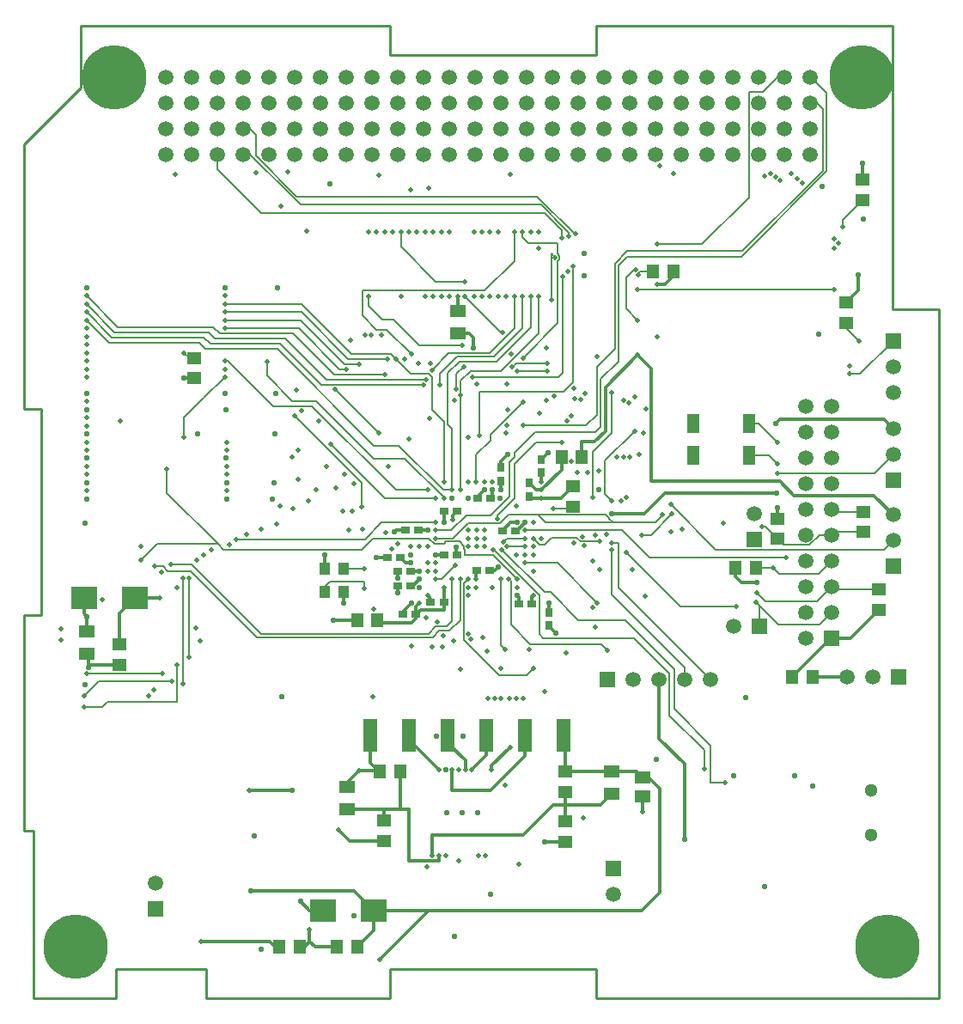
<source format=gbl>
%FSLAX44Y44*%
%MOMM*%
G71*
G01*
G75*
G04 Layer_Physical_Order=6*
G04 Layer_Color=16711680*
%ADD10R,0.7000X0.9000*%
%ADD11R,1.5000X1.3000*%
%ADD12R,2.2000X2.6000*%
%ADD13R,1.2000X1.5000*%
%ADD14R,1.2000X1.4000*%
%ADD15R,1.4000X1.2000*%
%ADD16R,1.1000X1.0000*%
%ADD17R,2.6000X2.2000*%
%ADD18R,0.3500X1.5500*%
%ADD19O,0.3500X1.5500*%
%ADD20R,4.2000X3.1000*%
%ADD21R,0.6000X1.4000*%
%ADD22O,1.0000X0.4000*%
%ADD23R,1.0000X0.4000*%
%ADD24R,1.9000X1.3000*%
%ADD25R,2.8000X1.0000*%
%ADD26R,0.8000X1.0000*%
%ADD27R,1.2000X1.0000*%
%ADD28R,1.2000X0.7000*%
%ADD29O,0.5500X1.5500*%
%ADD30C,0.3500*%
%ADD31R,1.0000X0.3000*%
%ADD32R,1.0500X0.4000*%
%ADD33R,2.5000X0.5000*%
%ADD34R,2.5000X2.0000*%
%ADD35R,1.5000X1.2000*%
%ADD36C,0.1778*%
%ADD37C,0.3048*%
%ADD38C,0.2540*%
%ADD39R,1.5000X1.5000*%
%ADD40C,1.5000*%
%ADD41R,1.5000X1.5000*%
%ADD42C,6.3500*%
%ADD43C,1.3000*%
%ADD44C,0.5080*%
%ADD45C,0.5588*%
%ADD46C,1.0160*%
%ADD47C,1.9160*%
%ADD48C,1.0160*%
%ADD49C,1.0668*%
%ADD50C,0.3810*%
%ADD51C,4.1910*%
%ADD52R,0.9000X0.7000*%
%ADD53R,1.0500X1.3000*%
%ADD54R,1.4000X3.3000*%
%ADD55R,1.3000X1.9000*%
D10*
X500690Y518010D02*
D03*
Y531010D02*
D03*
X488742Y507700D02*
D03*
Y494700D02*
D03*
X508254Y380388D02*
D03*
Y367388D02*
D03*
X460756Y510136D02*
D03*
Y523136D02*
D03*
D11*
X600456Y217780D02*
D03*
Y198780D02*
D03*
D14*
X319372Y50546D02*
D03*
X299372D02*
D03*
X242476Y51308D02*
D03*
X262476D02*
D03*
X520606Y533908D02*
D03*
X540606D02*
D03*
X631030Y716242D02*
D03*
X611030D02*
D03*
X692310Y424180D02*
D03*
X712310D02*
D03*
X361536Y223266D02*
D03*
X341536D02*
D03*
X767936Y316738D02*
D03*
X747936D02*
D03*
X339184Y372364D02*
D03*
X319184D02*
D03*
D15*
X84836Y328582D02*
D03*
Y348582D02*
D03*
X733044Y472788D02*
D03*
Y452788D02*
D03*
X817880Y459646D02*
D03*
Y479646D02*
D03*
X345694Y155100D02*
D03*
Y175100D02*
D03*
X524256Y203360D02*
D03*
Y223360D02*
D03*
X524510Y154592D02*
D03*
Y174592D02*
D03*
X531622Y484792D02*
D03*
Y504792D02*
D03*
X833374Y382938D02*
D03*
Y402938D02*
D03*
X817118Y786798D02*
D03*
Y806798D02*
D03*
X801116Y665640D02*
D03*
Y685640D02*
D03*
X158750Y631030D02*
D03*
Y611030D02*
D03*
D17*
X285896Y86360D02*
D03*
X335896D02*
D03*
X49930Y394462D02*
D03*
X99930D02*
D03*
D35*
X53086Y361774D02*
D03*
Y339774D02*
D03*
X569976Y223846D02*
D03*
Y201846D02*
D03*
X309118Y208104D02*
D03*
Y186104D02*
D03*
X418338Y655496D02*
D03*
Y677496D02*
D03*
D36*
X420690Y594868D02*
X421219Y595397D01*
X416690Y600699D02*
Y615318D01*
X416520Y600529D02*
X416690Y600699D01*
X421219Y595397D02*
Y602476D01*
X420881Y602814D02*
Y608587D01*
Y602814D02*
X421219Y602476D01*
X259552Y790448D02*
X496802D01*
X224790Y774192D02*
X503808D01*
X263144Y782066D02*
X500244D01*
X584454Y710692D02*
X593598Y719836D01*
X596265Y713326D02*
Y713537D01*
X595846Y713956D02*
X596265Y713537D01*
X593598Y718202D02*
Y719836D01*
X577214Y404496D02*
Y449200D01*
Y404496D02*
X667258Y314452D01*
X569468Y449200D02*
X577214D01*
X607314Y434340D02*
X742188D01*
X490212Y661154D02*
Y691896D01*
X456946Y627888D02*
X490212Y661154D01*
X419862Y627888D02*
X456946D01*
X482212Y660774D02*
Y691896D01*
X454152Y632714D02*
X482212Y660774D01*
X417322Y632714D02*
X454152D01*
X474212Y660394D02*
Y691896D01*
X449580Y635762D02*
X474212Y660394D01*
X409194Y635762D02*
X449580D01*
X584454Y679920D02*
Y710692D01*
Y679920D02*
X595846Y668528D01*
X486156Y318516D02*
X493268Y325628D01*
X537210Y372872D02*
X583184D01*
X509778Y400304D02*
X537210Y372872D01*
X583184D02*
X631952Y324104D01*
Y285242D02*
Y324104D01*
X570230Y398018D02*
X641858Y326390D01*
X570230Y398018D02*
Y441962D01*
X641858Y314452D02*
Y326390D01*
X502666Y355092D02*
X592336D01*
X450596Y549656D02*
Y555498D01*
X482600Y587502D01*
X555498Y575310D02*
Y622554D01*
X544830Y564642D02*
X555498Y575310D01*
X482600Y564642D02*
X544830D01*
X559308Y563118D02*
Y610362D01*
X576834Y627888D01*
Y722376D01*
X343674Y669036D02*
X354826D01*
X330212Y682498D02*
X343674Y669036D01*
X354826D02*
X380480Y643382D01*
X338328Y659130D02*
X348488D01*
X324104Y673354D02*
Y697738D01*
Y673354D02*
X338328Y659130D01*
X330212Y682498D02*
Y691896D01*
X627126Y278638D02*
X661162Y244602D01*
X627126Y278638D02*
Y320302D01*
X661162Y225806D02*
Y244602D01*
X631952Y285242D02*
X667812Y249382D01*
Y212806D02*
Y249382D01*
X287676Y400488D02*
Y406040D01*
X292608Y410972D01*
X325882D01*
Y404264D02*
Y410972D01*
X306176Y423488D02*
X306210Y423522D01*
X325882D01*
X504190Y447294D02*
X510971Y454075D01*
X535636D01*
X498596Y447294D02*
X504190D01*
X492690Y453200D02*
X498596Y447294D01*
X420052Y450152D02*
X424563Y445641D01*
Y443149D02*
Y445641D01*
Y443149D02*
X424942Y442770D01*
X406654Y450152D02*
X420052D01*
X404558Y448056D02*
X406654Y450152D01*
X395224Y448056D02*
X404558D01*
X389825Y453455D02*
X395224Y448056D01*
X424942Y436880D02*
Y442770D01*
X474726Y527050D02*
X495554Y547878D01*
X520954D01*
X474472Y537464D02*
X494792Y557784D01*
X608584Y456438D02*
X629666Y477520D01*
X599948Y456438D02*
X608584D01*
X525236Y482470D02*
X531622Y488856D01*
X512188Y482470D02*
X525236D01*
X786384Y456438D02*
X789592Y459646D01*
X817880D01*
X786384Y481838D02*
X788576Y479646D01*
X817880D01*
X717804Y464566D02*
X721266D01*
X733044Y452788D01*
X774954Y368808D02*
X786384Y380238D01*
X739053Y446779D02*
X764985D01*
X733044Y452788D02*
X739053Y446779D01*
X728312Y452788D02*
X733044D01*
X734822Y418592D02*
X773938D01*
X729234Y424180D02*
X734822Y418592D01*
X712310Y424180D02*
X729234D01*
X786384Y405638D02*
X789084Y402938D01*
X833374D01*
X595846Y713956D02*
X598132Y716242D01*
X611030D01*
X801116Y660654D02*
X813816Y647954D01*
X801116Y660654D02*
Y665640D01*
X154041Y631030D02*
X158750D01*
X148818Y636252D02*
X154041Y631030D01*
X168290Y591820D02*
X188722Y612252D01*
X628650Y486724D02*
X672913Y442461D01*
X392805Y619373D02*
X409194Y635762D01*
X698508Y736346D02*
X778002Y815841D01*
X697484Y731012D02*
X781558Y815086D01*
X585470Y736346D02*
X698508D01*
X778002Y815841D02*
Y876808D01*
X585470Y731012D02*
X697484D01*
X705351Y789481D02*
Y893001D01*
X659074Y743204D02*
X705351Y789481D01*
Y893001D02*
X705556Y893206D01*
X563878Y476504D02*
X567245Y473137D01*
X567689Y472755D02*
X571370Y469074D01*
X612838D01*
X555498Y622554D02*
X573532Y640588D01*
X510911Y688340D02*
Y733806D01*
X207010Y838200D02*
X263144Y782066D01*
X207010Y863600D02*
X219710Y850900D01*
X595846Y698956D02*
X788924D01*
X484690Y461200D02*
X580454D01*
X516442Y429200D02*
X556006Y389636D01*
X484690Y429200D02*
X516442D01*
X119761Y425577D02*
X127720D01*
X132165Y421132D01*
X155448D01*
X135890Y427482D02*
X156210D01*
X410337Y362077D02*
X420690Y372430D01*
X453010Y436880D02*
X476690Y413200D01*
X407550Y366522D02*
X412690Y371662D01*
X147574Y309880D02*
Y414528D01*
X153670Y336550D02*
Y414274D01*
X551180Y493776D02*
Y538734D01*
X494792Y557784D02*
X553974D01*
X559308Y563118D01*
X573532Y640588D02*
Y724408D01*
X402786Y413200D02*
X416306Y426720D01*
X396690Y413200D02*
X402786D01*
X169672Y640080D02*
X240361D01*
X163322Y646430D02*
X169672Y640080D01*
X174248Y645160D02*
X243336D01*
X167898Y651510D02*
X174248Y645160D01*
X248666Y650240D02*
X289306Y609600D01*
X179070Y650240D02*
X248666D01*
X172720Y656590D02*
X179070Y650240D01*
X183896Y655320D02*
X256032D01*
X177546Y661670D02*
X183896Y655320D01*
X83160Y661670D02*
X177546D01*
X52578Y692252D02*
X83160Y661670D01*
X52578Y684252D02*
X80240Y656590D01*
X172720D01*
X77320Y651510D02*
X167898D01*
X52578Y676252D02*
X77320Y651510D01*
X74400Y646430D02*
X163322D01*
X52578Y668252D02*
X74400Y646430D01*
X517906Y612648D02*
X521716Y616458D01*
X476758Y617982D02*
X506222D01*
X475869Y626110D02*
X506222D01*
X471805Y622046D02*
X475869Y626110D01*
X521716Y616458D02*
Y711708D01*
X432816Y612648D02*
X517906D01*
X531876Y607568D02*
Y721868D01*
X522478Y598170D02*
X531876Y607568D01*
X348488Y659130D02*
X372364Y635254D01*
X474212Y726942D02*
Y755000D01*
X445008Y697738D02*
X474212Y726942D01*
X324104Y697738D02*
X445008D01*
X439420Y554990D02*
Y598170D01*
X257429Y574167D02*
X323850Y507746D01*
Y484124D02*
Y507746D01*
X293490Y546354D02*
X346644Y493200D01*
X396690D01*
X412690Y371662D02*
Y413200D01*
X420690Y372430D02*
Y413200D01*
X243336Y645160D02*
X283976Y604520D01*
X256032Y655320D02*
X296672Y614680D01*
X261768Y660252D02*
X302006Y620014D01*
X188722Y660252D02*
X261768D01*
X263166Y668252D02*
X306578Y624840D01*
X188722Y668252D02*
X263166D01*
X188722Y676252D02*
X264056D01*
X310388Y629920D01*
X302006Y620014D02*
X308610D01*
X306578Y624840D02*
X321310D01*
X296672Y614680D02*
X346710D01*
X283976Y604520D02*
X384810D01*
X289306Y609600D02*
X387350D01*
X392684Y580204D02*
X404690Y568198D01*
X264438Y684252D02*
X313690Y635000D01*
X188722Y684252D02*
X264438D01*
X372110Y615442D02*
X389382D01*
X392684Y612140D01*
Y580204D02*
Y612140D01*
X416690Y615318D02*
X424053Y622681D01*
X461010Y618490D02*
X498212Y655692D01*
Y691896D01*
X420690Y501200D02*
Y594868D01*
X400558Y604520D02*
Y615950D01*
X417322Y632714D01*
X310388Y629920D02*
X349250D01*
X352806Y635000D02*
X357378Y630428D01*
X313690Y635000D02*
X352806D01*
X357378Y630174D02*
Y630428D01*
Y630174D02*
X372110Y615442D01*
X439420Y598170D02*
X522478D01*
X158750Y636420D02*
X158918Y636252D01*
X580454Y461200D02*
X607314Y434340D01*
X230124Y614172D02*
X255486Y588810D01*
X230124Y614172D02*
Y627888D01*
X404690Y557530D02*
Y568198D01*
X297688Y600202D02*
X340614Y557276D01*
X396690Y461200D02*
X411924D01*
X765810Y889000D02*
X778002Y876808D01*
X576834Y722376D02*
X585470Y731012D01*
X573532Y724408D02*
X585470Y736346D01*
X466660Y445200D02*
X484690D01*
X466662Y453200D02*
X484690D01*
X131572Y498094D02*
Y521716D01*
X420881Y608587D02*
X430784Y618490D01*
X461010D01*
X614530Y713956D02*
X614530Y713956D01*
X614934Y743204D02*
X659074D01*
X539242Y450469D02*
X558419D01*
X535636Y454075D02*
X539242Y450469D01*
X667812Y212806D02*
X681736D01*
X396690Y453200D02*
X413830D01*
X428752Y468122D01*
X463042Y449580D02*
X466662Y453200D01*
X452882Y441960D02*
X453857D01*
X592336Y355092D02*
X627126Y320302D01*
X187452Y442214D02*
X323277D01*
X343408Y469200D02*
X396690D01*
X457200Y472440D02*
Y475742D01*
X563626Y530098D02*
X592836Y559308D01*
X412690Y501200D02*
Y561403D01*
X408432Y616458D02*
X419862Y627888D01*
X408432Y565661D02*
X412690Y561403D01*
X408432Y565661D02*
Y616458D01*
X404690Y509200D02*
Y557530D01*
Y493200D02*
Y493582D01*
X366358Y531914D02*
X404690Y493582D01*
X240361Y640080D02*
X335534Y544907D01*
X403802Y501200D02*
X412690D01*
X335534Y544907D02*
X360095D01*
X403802Y501200D01*
X468690Y413200D02*
X470662Y411228D01*
X460690Y348300D02*
Y413200D01*
X612838Y469074D02*
X619760Y475996D01*
X411924Y461200D02*
X426720Y475996D01*
X450850D01*
X424434Y408944D02*
X428690Y413200D01*
X424434Y353568D02*
Y408944D01*
X188722Y628252D02*
X191660D01*
X236115Y583797D01*
X155448Y421132D02*
X220472Y356108D01*
X394081D01*
X400050Y362077D02*
X410337D01*
X394081Y356108D02*
X400050Y362077D01*
X156210Y427482D02*
X224536Y359156D01*
X389382D01*
X396748Y366522D02*
X407550D01*
X389382Y359156D02*
X396748Y366522D01*
X772160Y391414D02*
X786384Y405638D01*
X721614Y391414D02*
X772160D01*
X712978Y400050D02*
X721614Y391414D01*
X773938Y418592D02*
X786384Y431038D01*
X774644Y456438D02*
X786384D01*
X764985Y446779D02*
X774644Y456438D01*
X551180Y538734D02*
X569722Y557276D01*
Y596900D01*
X563626Y496824D02*
Y530098D01*
Y496824D02*
X569976Y490474D01*
X804418Y615442D02*
X815086D01*
X847598Y647954D01*
X672913Y442461D02*
X838701D01*
X847598Y451358D01*
X733552Y517652D02*
X829310D01*
X847598Y535940D01*
X380480Y643382D02*
X422656D01*
X460756Y656336D02*
X462788D01*
X425196Y691896D02*
X460756Y656336D01*
X498602Y359156D02*
Y397215D01*
X453857Y441960D02*
X498602Y397215D01*
Y359156D02*
X502666Y355092D01*
X503682Y400304D02*
X509778D01*
X462026Y441960D02*
X503682Y400304D01*
X424942Y436880D02*
X453010D01*
X323277Y442214D02*
X334518Y453455D01*
X389825D01*
X428752Y468122D02*
X459994D01*
X468376Y476504D01*
X436690Y509200D02*
Y535750D01*
X450596Y549656D01*
X469646Y494792D02*
Y528320D01*
X450850Y475996D02*
X469646Y494792D01*
Y528320D02*
X474472Y533146D01*
Y537464D01*
X457200Y475742D02*
X474726Y493268D01*
Y527050D01*
X504762Y469074D02*
X571370D01*
X497332Y476504D02*
X504762Y469074D01*
X468376Y476504D02*
X497332D01*
X563878D01*
X734060Y368808D02*
X774954D01*
X715772Y367030D02*
Y387096D01*
X734060Y368808D01*
X712216Y390652D02*
X715772Y387096D01*
X460690Y348300D02*
X465328Y343662D01*
X559562Y349250D02*
X566166Y342646D01*
X489458Y349250D02*
X559562D01*
X470662Y368046D02*
Y411228D01*
Y368046D02*
X489458Y349250D01*
X424434Y353568D02*
X459486Y318516D01*
X486156D01*
X181864Y447802D02*
X187452Y442214D01*
X131572Y498094D02*
X181864Y447802D01*
X64984Y312674D02*
X136652D01*
X50292Y297982D02*
X64984Y312674D01*
X141732Y292354D02*
Y328676D01*
X73152Y292354D02*
X141732D01*
X50292Y286982D02*
X67780D01*
X73152Y292354D01*
X200152Y452628D02*
X326836D01*
X343408Y469200D01*
X584200Y439166D02*
X637533Y385833D01*
X692665D01*
X705680Y534926D02*
X725018D01*
X733552Y526392D01*
X705680Y566926D02*
X714908D01*
X733552Y548282D01*
X121920Y447802D02*
X181864D01*
X105918Y431800D02*
X121920Y447802D01*
X148818Y552958D02*
Y572348D01*
X168290Y591820D01*
X181610Y817372D02*
X224790Y774192D01*
X181610Y817372D02*
Y838200D01*
X255486Y588810D02*
X278892D01*
X335788Y531914D01*
X366358D01*
X236115Y583797D02*
X274723D01*
X357320Y501200D02*
X388690D01*
X274723Y583797D02*
X357320Y501200D01*
X52578Y319982D02*
X127254D01*
X797814Y767494D02*
X817118Y786798D01*
X797814Y760052D02*
Y767494D01*
X219710Y830290D02*
Y850900D01*
Y830290D02*
X259552Y790448D01*
X705556Y893206D02*
X719216D01*
X740410Y914400D01*
X521250Y749000D02*
Y756750D01*
X503808Y774192D02*
X521250Y756750D01*
X524666Y757584D02*
Y757644D01*
Y757584D02*
X527819Y754431D01*
X500244Y782066D02*
X524666Y757644D01*
X527500Y751461D02*
Y754112D01*
X527819Y754431D01*
X496802Y790448D02*
X533875Y753375D01*
X482600Y631190D02*
X516636Y665226D01*
X514431Y730286D02*
X514525D01*
X516636Y734102D02*
Y744474D01*
Y734102D02*
X518716Y732022D01*
Y728550D02*
Y732022D01*
X516636Y726470D02*
X518716Y728550D01*
X516636Y665226D02*
Y726470D01*
X510911Y733806D02*
X514431Y730286D01*
X482212Y750038D02*
Y755000D01*
Y750038D02*
X487776Y744474D01*
X516636D01*
X362212Y741288D02*
Y755000D01*
Y741288D02*
X396872Y706628D01*
X425196D01*
X765810Y908440D02*
Y914400D01*
Y908440D02*
X781558Y892692D01*
Y815086D02*
Y892692D01*
D37*
X622808Y497840D02*
X732282D01*
X602422Y477454D02*
X622808Y497840D01*
X570164Y477454D02*
X602422D01*
X563753Y602145D02*
X595846Y634238D01*
X563753Y559181D02*
Y602145D01*
X287676Y423488D02*
Y437282D01*
X306176Y389530D02*
Y400488D01*
X372768Y407670D02*
X375160D01*
X380690Y413200D01*
X451000Y492760D02*
X452690Y494450D01*
Y501200D01*
X438000Y492760D02*
Y494510D01*
X444690Y501200D01*
X416710Y438404D02*
X417726Y437388D01*
X416710Y438404D02*
Y444650D01*
X359260Y399900D02*
Y406908D01*
X404538Y437200D02*
X404726Y437388D01*
X396690Y437200D02*
X404538D01*
X359260Y414124D02*
Y421132D01*
X372768D02*
X372836Y421200D01*
X380690D01*
X500690Y531010D02*
X507144Y537464D01*
X500690Y509200D02*
Y518010D01*
X53086Y361774D02*
Y376428D01*
Y360322D02*
Y361774D01*
X54102Y326390D02*
X56294Y328582D01*
X84836D01*
X53086Y339774D02*
X54102Y338758D01*
Y326390D02*
Y338758D01*
X84836Y379368D02*
X99930Y394462D01*
X84836Y348582D02*
Y379368D01*
X786036Y354838D02*
X786384D01*
X747936Y316738D02*
X786036Y354838D01*
X733044Y472788D02*
Y483616D01*
Y469288D02*
Y472788D01*
X735808Y509674D02*
X749674Y495808D01*
X692310Y415638D02*
X698096Y409852D01*
X692310Y415638D02*
Y424180D01*
X786384Y354838D02*
X805274D01*
X833374Y382938D01*
X622300Y703580D02*
X631030Y712310D01*
Y716242D01*
X158656Y611124D02*
X158750Y611030D01*
X148590Y611124D02*
X158656D01*
X767936Y316738D02*
X801624D01*
X451906Y229402D02*
X469750Y247246D01*
X595846Y634238D02*
X609346Y620738D01*
X399652Y135636D02*
X399906Y135890D01*
X370586Y135636D02*
X399652D01*
X399906Y135890D02*
Y140462D01*
X553466Y548894D02*
X563753Y559181D01*
X451906Y225298D02*
Y229402D01*
X412906Y204568D02*
X450948D01*
X484936Y238556D01*
Y259080D01*
X99930Y394462D02*
X124968D01*
X600456Y184150D02*
Y198780D01*
X213106Y204724D02*
X213360Y204470D01*
X213464Y204574D02*
X255176D01*
X446736Y239628D02*
Y259080D01*
X432406Y225298D02*
X446736Y239628D01*
X370536Y254668D02*
X399906Y225298D01*
X370536Y254668D02*
Y259080D01*
X412906Y204568D02*
Y225298D01*
X393406Y140462D02*
Y161036D01*
X617372Y104038D02*
Y207010D01*
X49930Y379584D02*
Y394462D01*
Y379584D02*
X53086Y376428D01*
X99930Y385792D02*
Y394462D01*
X524256Y248616D02*
Y257760D01*
X522936Y249936D02*
X524256Y248616D01*
X272288Y86360D02*
X285896D01*
X263144Y95504D02*
X272288Y86360D01*
X425906Y225298D02*
Y234644D01*
X408736Y251814D02*
X425906Y234644D01*
X408736Y251814D02*
Y259080D01*
X341630Y38100D02*
X389890Y86360D01*
X335896D02*
X389890D01*
X614934Y703580D02*
X622300D01*
X616458Y256032D02*
Y314452D01*
Y256032D02*
X641604Y230886D01*
Y156718D02*
Y230886D01*
X756666Y375920D02*
X760984Y380238D01*
X698096Y409852D02*
X713382D01*
X512318Y190500D02*
X524256D01*
X393406Y161036D02*
X482854D01*
X512318Y190500D01*
X524256D02*
Y203360D01*
Y206860D01*
Y223360D02*
Y248616D01*
X599694Y86360D02*
X617372Y104038D01*
X389890Y86360D02*
X599694D01*
X503776Y154592D02*
X524510D01*
X609346Y509674D02*
Y620738D01*
X332536Y232266D02*
Y259080D01*
X361536Y186264D02*
Y223266D01*
X311856Y155100D02*
X345694D01*
X300736Y166220D02*
X311856Y155100D01*
X272288Y55880D02*
Y67564D01*
X277622Y50546D02*
X299372D01*
X272288Y55880D02*
X277622Y50546D01*
X319372D02*
X335896Y67070D01*
Y86360D01*
X237744Y51308D02*
X242476D01*
X233172Y55880D02*
X237744Y51308D01*
X165608Y55880D02*
X233172D01*
X262476Y51308D02*
X267716D01*
X272288Y55880D01*
X213360Y204470D02*
X213464Y204574D01*
X214630Y106172D02*
X316084D01*
X335896Y86360D01*
X828548Y495808D02*
X847598Y476758D01*
X749674Y495808D02*
X828548D01*
X736346Y570738D02*
X838200D01*
X847598Y561340D01*
X321056Y224686D02*
X340116D01*
X332536Y232266D02*
X340116Y224686D01*
X309118Y208104D02*
Y212748D01*
X321056Y224686D01*
X309118Y186104D02*
X345694D01*
Y175100D02*
Y186104D01*
X370586Y135636D02*
Y185928D01*
X370410Y186104D02*
X370586Y185928D01*
X345694Y186104D02*
X361696D01*
X370410D01*
X361536Y186264D02*
X361696Y186104D01*
X524256Y223360D02*
X569490D01*
X524256Y190500D02*
X558630D01*
X569976Y201846D01*
X524256Y174140D02*
Y190500D01*
X569976Y223846D02*
X594390D01*
X600456Y217780D01*
X606602D01*
X617372Y207010D01*
X813308Y697832D02*
Y713232D01*
X801116Y685640D02*
X813308Y697832D01*
X418212Y677622D02*
Y691896D01*
Y677622D02*
X418338Y677496D01*
Y655496D02*
X429592D01*
X433832Y651256D01*
Y641350D02*
Y651256D01*
X508381Y380515D02*
Y389509D01*
X508254Y380388D02*
X508381Y380515D01*
X508254Y367030D02*
Y367388D01*
Y367030D02*
X515112Y360172D01*
X449730Y421894D02*
X454914D01*
X457962Y424942D02*
Y425196D01*
X454914Y421894D02*
X457962Y424942D01*
X436690Y413200D02*
Y421854D01*
X436730Y421894D01*
X379626Y461264D02*
X388626D01*
X388690Y461200D01*
X357886Y461264D02*
X366626D01*
X356108Y459486D02*
X357886Y461264D01*
X404690Y469200D02*
Y479770D01*
X404726Y479806D01*
X413834Y471612D02*
Y475914D01*
X417726Y479806D01*
X460690Y501200D02*
Y510070D01*
X460756Y510136D01*
Y523136D02*
Y529336D01*
X467868Y536448D01*
X478640Y389128D02*
Y395250D01*
X476690Y397200D02*
X478640Y395250D01*
X491640Y389128D02*
Y396150D01*
X492690Y397200D01*
X366986Y429454D02*
X372182D01*
X362100Y434340D02*
X366986Y429454D01*
X338074Y434340D02*
X349100D01*
X476500Y461010D02*
X484690Y469200D01*
X475130Y461010D02*
X476500D01*
X470320Y469200D02*
X476690D01*
X462130Y461010D02*
X470320Y469200D01*
X609346Y509674D02*
X735808D01*
X490242Y493200D02*
X500690D01*
X488742Y494700D02*
X490242Y493200D01*
X495242Y501200D02*
X500690D01*
X488742Y507700D02*
X495242Y501200D01*
X500690Y493200D02*
X520284D01*
X531622Y504538D01*
X500690Y501200D02*
X520606Y521116D01*
Y533908D01*
X540606D02*
Y548800D01*
X540512Y548894D02*
X553466D01*
X540512D02*
X540606Y548800D01*
X388690Y397200D02*
X391772Y394118D01*
Y390144D02*
Y394118D01*
X377340Y385850D02*
X380690Y389200D01*
X377340Y378206D02*
Y385850D01*
X364340Y380850D02*
X372690Y389200D01*
X364340Y378206D02*
Y380850D01*
X404772Y382928D02*
Y390144D01*
X382062Y382928D02*
X404772D01*
X377340Y378206D02*
X382062Y382928D01*
X377340Y374038D02*
Y378206D01*
X373126Y369824D02*
X377340Y374038D01*
X341724Y369824D02*
X373126D01*
X339184Y372364D02*
X341724Y369824D01*
X404690Y390144D02*
Y405200D01*
X295656Y372364D02*
X319184D01*
X731774Y566166D02*
X736346Y570738D01*
X817118Y806798D02*
Y823214D01*
X359768Y406908D02*
Y407670D01*
D38*
X0Y0D02*
X81280D01*
Y29210D01*
X170180D01*
Y0D02*
Y29210D01*
Y0D02*
X351790D01*
Y29210D01*
X554990D01*
Y0D02*
Y29210D01*
Y0D02*
X892810D01*
Y679450D01*
X847090D02*
X892810D01*
X847090D02*
Y958850D01*
X554990D02*
X847090D01*
X554990Y929640D02*
Y958850D01*
X351790Y929640D02*
X554990D01*
X351790D02*
Y958850D01*
X46990D02*
X351790D01*
X0Y0D02*
Y165100D01*
X-8890D02*
X0D01*
X-8890D02*
Y377825D01*
X7620D01*
Y581025D01*
X-8890D02*
X7620D01*
X-8890D02*
Y825500D01*
X46990Y897890D02*
Y958850D01*
X-8890Y825500D02*
Y842010D01*
X46990Y897890D01*
D39*
X847598Y510540D02*
D03*
X786384Y354838D02*
D03*
X710438Y452628D02*
D03*
X847598Y425958D02*
D03*
X571500Y128016D02*
D03*
X120396Y88392D02*
D03*
X847598Y647954D02*
D03*
D40*
Y535940D02*
D03*
Y561340D02*
D03*
X760984Y583438D02*
D03*
X786384D02*
D03*
X760984Y558038D02*
D03*
X786384D02*
D03*
X760984Y532638D02*
D03*
X786384D02*
D03*
X760984Y507238D02*
D03*
X786384D02*
D03*
X760984Y481838D02*
D03*
X786384D02*
D03*
X760984Y456438D02*
D03*
X786384D02*
D03*
X760984Y431038D02*
D03*
X786384D02*
D03*
X760984Y405638D02*
D03*
X786384D02*
D03*
X760984Y380238D02*
D03*
X786384D02*
D03*
X760984Y354838D02*
D03*
X710438Y478028D02*
D03*
X827278Y316992D02*
D03*
X801878D02*
D03*
X847598Y451358D02*
D03*
Y476758D02*
D03*
X571500Y102616D02*
D03*
X120396Y113792D02*
D03*
X667258Y314452D02*
D03*
X641858D02*
D03*
X616458D02*
D03*
X591058D02*
D03*
X847598Y597154D02*
D03*
Y622554D02*
D03*
X690372Y367030D02*
D03*
X130810Y857280D02*
D03*
Y831880D02*
D03*
X156210D02*
D03*
X181610D02*
D03*
X207010D02*
D03*
X232410D02*
D03*
X257810D02*
D03*
X283210D02*
D03*
X308610D02*
D03*
X334010D02*
D03*
X359410D02*
D03*
X384810D02*
D03*
X410210D02*
D03*
X435610D02*
D03*
X461010D02*
D03*
X486410D02*
D03*
X511810D02*
D03*
X537210D02*
D03*
X562610D02*
D03*
X588010D02*
D03*
X613410D02*
D03*
X638810D02*
D03*
X664210D02*
D03*
X689610D02*
D03*
X715010D02*
D03*
X740410D02*
D03*
X765810D02*
D03*
X156210Y857280D02*
D03*
X181610D02*
D03*
X207010D02*
D03*
X232410D02*
D03*
X257810D02*
D03*
X283210D02*
D03*
X308610D02*
D03*
X334010D02*
D03*
X359410D02*
D03*
X384810D02*
D03*
X410210D02*
D03*
X435610D02*
D03*
X461010D02*
D03*
X486410D02*
D03*
X511810D02*
D03*
X537210D02*
D03*
X562610D02*
D03*
X588010D02*
D03*
X613410D02*
D03*
X638810D02*
D03*
X664210D02*
D03*
X689610D02*
D03*
X715010D02*
D03*
X740410D02*
D03*
X765810D02*
D03*
X130810Y908080D02*
D03*
Y882680D02*
D03*
X156210D02*
D03*
X181610D02*
D03*
X207010D02*
D03*
X232410D02*
D03*
X257810D02*
D03*
X283210D02*
D03*
X308610D02*
D03*
X334010D02*
D03*
X359410D02*
D03*
X384810D02*
D03*
X410210D02*
D03*
X435610D02*
D03*
X461010D02*
D03*
X486410D02*
D03*
X511810D02*
D03*
X537210D02*
D03*
X562610D02*
D03*
X588010D02*
D03*
X613410D02*
D03*
X638810D02*
D03*
X664210D02*
D03*
X689610D02*
D03*
X715010D02*
D03*
X740410D02*
D03*
X765810D02*
D03*
X156210Y908080D02*
D03*
X181610D02*
D03*
X207010D02*
D03*
X232410D02*
D03*
X257810D02*
D03*
X283210D02*
D03*
X308610D02*
D03*
X334010D02*
D03*
X359410D02*
D03*
X384810D02*
D03*
X410210D02*
D03*
X435610D02*
D03*
X461010D02*
D03*
X486410D02*
D03*
X511810D02*
D03*
X537210D02*
D03*
X562610D02*
D03*
X588010D02*
D03*
X613410D02*
D03*
X638810D02*
D03*
X664210D02*
D03*
X689610D02*
D03*
X715010D02*
D03*
X740410D02*
D03*
X765810D02*
D03*
D41*
X852678Y316992D02*
D03*
X565658Y314452D02*
D03*
X715772Y367030D02*
D03*
D42*
X816430Y908100D02*
D03*
X79830D02*
D03*
X841831Y50800D02*
D03*
X41731Y50800D02*
D03*
D43*
X825592Y204624D02*
D03*
Y160624D02*
D03*
D44*
X391519Y625780D02*
D03*
X416520Y600529D02*
D03*
X458212Y755000D02*
D03*
X490212Y755000D02*
D03*
X269750Y756500D02*
D03*
X389519Y798789D02*
D03*
X372000Y796500D02*
D03*
X338212Y755000D02*
D03*
X346212D02*
D03*
X330212D02*
D03*
X596265Y713326D02*
D03*
X593598Y718202D02*
D03*
X527500Y751461D02*
D03*
X534250Y753750D02*
D03*
X466852Y605536D02*
D03*
X595846Y668528D02*
D03*
X493268Y325628D02*
D03*
X420624Y324612D02*
D03*
X680212Y468122D02*
D03*
X661162Y225806D02*
D03*
X325882Y404264D02*
D03*
Y423522D02*
D03*
X629666Y477520D02*
D03*
X599948Y456438D02*
D03*
X579628Y490474D02*
D03*
X512188Y482470D02*
D03*
X717804Y464566D02*
D03*
X729234Y424180D02*
D03*
X797814Y760052D02*
D03*
X813816Y647954D02*
D03*
X475742Y437388D02*
D03*
X757682Y803656D02*
D03*
X752602Y807974D02*
D03*
X747268Y812546D02*
D03*
X736346Y806196D02*
D03*
X731520Y809752D02*
D03*
X726440Y813054D02*
D03*
X720344Y810006D02*
D03*
X532638Y601218D02*
D03*
X581914Y589788D02*
D03*
X586740Y586486D02*
D03*
X595846Y698956D02*
D03*
X388690Y445200D02*
D03*
X335534Y383286D02*
D03*
X539496Y590296D02*
D03*
X396690Y493200D02*
D03*
X404690D02*
D03*
X271018Y490220D02*
D03*
X298470Y503192D02*
D03*
X575314Y533908D02*
D03*
X584516Y494092D02*
D03*
X556006Y389636D02*
D03*
X602996Y396748D02*
D03*
X139700Y811784D02*
D03*
X482854Y295910D02*
D03*
X475996D02*
D03*
X68326Y393192D02*
D03*
X160528Y364998D02*
D03*
X403860Y357124D02*
D03*
X469519Y295910D02*
D03*
X461010D02*
D03*
X556006Y632460D02*
D03*
X454660Y295910D02*
D03*
X447802D02*
D03*
X588010Y533908D02*
D03*
X558419Y450469D02*
D03*
X533400Y591312D02*
D03*
X546608Y518414D02*
D03*
X541020Y455168D02*
D03*
X488847Y343916D02*
D03*
X127254Y320040D02*
D03*
X119761Y425577D02*
D03*
X447294Y342392D02*
D03*
X135890Y427482D02*
D03*
X141478Y404876D02*
D03*
X372618Y347218D02*
D03*
X147574Y414528D02*
D03*
Y309880D02*
D03*
X153670Y414274D02*
D03*
Y336550D02*
D03*
X544068Y596138D02*
D03*
X536194Y518414D02*
D03*
X569722Y596900D02*
D03*
X551180Y493776D02*
D03*
X542798Y446278D02*
D03*
X553720Y456692D02*
D03*
X520954Y547878D02*
D03*
X457200Y472440D02*
D03*
X466344Y564896D02*
D03*
X465582Y557530D02*
D03*
X551434Y431292D02*
D03*
X558038Y422402D02*
D03*
X582168Y533908D02*
D03*
X592836Y559308D02*
D03*
X569976Y490474D02*
D03*
X601726Y557530D02*
D03*
X397896Y371094D02*
D03*
X387350Y375412D02*
D03*
X392938Y346710D02*
D03*
X430784Y354076D02*
D03*
X503682Y302006D02*
D03*
X557530Y519550D02*
D03*
X314706Y480060D02*
D03*
X324104Y462788D02*
D03*
X402844Y346710D02*
D03*
X429006Y359156D02*
D03*
X475996Y485394D02*
D03*
X380690Y445200D02*
D03*
X416306Y426720D02*
D03*
X419406Y135636D02*
D03*
X451906Y225298D02*
D03*
X469750Y247246D02*
D03*
X280924Y569214D02*
D03*
X506222Y617982D02*
D03*
Y626110D02*
D03*
X476758Y617982D02*
D03*
X471805Y622046D02*
D03*
X467614Y580136D02*
D03*
X521716Y711708D02*
D03*
X526796Y716788D02*
D03*
X531876Y721868D02*
D03*
X510911Y688340D02*
D03*
X340614Y557276D02*
D03*
X370078Y551434D02*
D03*
X482600Y631190D02*
D03*
X436690Y509200D02*
D03*
X442212Y691896D02*
D03*
X434212D02*
D03*
X410212D02*
D03*
X402212D02*
D03*
X394212D02*
D03*
X386212D02*
D03*
X362212D02*
D03*
X402212Y755000D02*
D03*
X394212D02*
D03*
X386212D02*
D03*
X378212D02*
D03*
X370212D02*
D03*
X362212D02*
D03*
X354212D02*
D03*
X439420Y554990D02*
D03*
X255778Y482854D02*
D03*
X124968Y394462D02*
D03*
X257556Y574294D02*
D03*
X323850Y484124D02*
D03*
X311150Y461518D02*
D03*
X52578Y692252D02*
D03*
Y684252D02*
D03*
Y676252D02*
D03*
Y668252D02*
D03*
Y660252D02*
D03*
Y652252D02*
D03*
Y644252D02*
D03*
Y636252D02*
D03*
X188722Y628252D02*
D03*
Y620252D02*
D03*
Y612252D02*
D03*
X148818Y552958D02*
D03*
X380690Y389200D02*
D03*
X438912Y140462D02*
D03*
X387604Y129286D02*
D03*
X600456Y184150D02*
D03*
X213106Y204724D02*
D03*
X478536Y132588D02*
D03*
X464924Y209700D02*
D03*
X419406Y225298D02*
D03*
X321056Y224686D02*
D03*
X399906Y140462D02*
D03*
X425906Y225298D02*
D03*
X399906D02*
D03*
X432406D02*
D03*
X412906D02*
D03*
X393406Y140462D02*
D03*
X406406D02*
D03*
X445406D02*
D03*
X428754Y461264D02*
D03*
X436882D02*
D03*
X428754Y453136D02*
D03*
X436882D02*
D03*
X428754Y445264D02*
D03*
X436882D02*
D03*
X444754D02*
D03*
Y453264D02*
D03*
Y461264D02*
D03*
X413834Y471612D02*
D03*
X188722Y684252D02*
D03*
X404690Y509200D02*
D03*
X188722Y676252D02*
D03*
Y668252D02*
D03*
Y660252D02*
D03*
X412690Y501200D02*
D03*
X388690D02*
D03*
X396690Y469200D02*
D03*
Y461200D02*
D03*
Y429200D02*
D03*
X388690D02*
D03*
X396690Y421200D02*
D03*
Y413200D02*
D03*
X404690Y405200D02*
D03*
X412690Y413200D02*
D03*
X420690D02*
D03*
X428690Y397200D02*
D03*
Y405200D02*
D03*
Y413200D02*
D03*
X436690Y405200D02*
D03*
Y413200D02*
D03*
X452690Y405200D02*
D03*
X460690Y413200D02*
D03*
X468690D02*
D03*
X476690Y405200D02*
D03*
X492690Y420946D02*
D03*
Y437200D02*
D03*
X484690D02*
D03*
X492690Y445200D02*
D03*
X484690D02*
D03*
X500690Y453200D02*
D03*
X492690D02*
D03*
X484690D02*
D03*
Y461200D02*
D03*
X492690Y469200D02*
D03*
X500690Y493200D02*
D03*
Y501200D02*
D03*
X452690Y509200D02*
D03*
X444690D02*
D03*
X428690D02*
D03*
X420690Y501200D02*
D03*
X388690Y397200D02*
D03*
X492690D02*
D03*
X476690Y413200D02*
D03*
X500690Y509200D02*
D03*
X52578Y500252D02*
D03*
Y516252D02*
D03*
Y524252D02*
D03*
Y540252D02*
D03*
Y548252D02*
D03*
Y564252D02*
D03*
Y572252D02*
D03*
X305054Y480060D02*
D03*
X190500Y500252D02*
D03*
Y516252D02*
D03*
Y524252D02*
D03*
Y540252D02*
D03*
Y548252D02*
D03*
X306578Y516252D02*
D03*
X289310Y524252D02*
D03*
X261360Y540252D02*
D03*
X278384Y501650D02*
D03*
X315722Y507492D02*
D03*
X52578Y588252D02*
D03*
Y612252D02*
D03*
Y620252D02*
D03*
Y628252D02*
D03*
X415166Y589534D02*
D03*
X384810Y604520D02*
D03*
X387350Y609600D02*
D03*
X346710Y614680D02*
D03*
X390144Y571500D02*
D03*
X321310Y624840D02*
D03*
X308610Y620014D02*
D03*
X788924Y698956D02*
D03*
Y738956D02*
D03*
X52578Y319982D02*
D03*
X570230Y441962D02*
D03*
Y448692D02*
D03*
X432816Y612648D02*
D03*
X466212Y691896D02*
D03*
X474212D02*
D03*
X482212D02*
D03*
X498212D02*
D03*
X410212Y755000D02*
D03*
X474212D02*
D03*
X482212D02*
D03*
X420690Y594868D02*
D03*
X400558Y604520D02*
D03*
X259334Y599694D02*
D03*
X365760Y629666D02*
D03*
X372364Y635254D02*
D03*
X357378Y630428D02*
D03*
X437388Y605536D02*
D03*
X392805Y619373D02*
D03*
X424053Y622681D02*
D03*
X482600Y587502D02*
D03*
X470916Y635508D02*
D03*
X513080Y593344D02*
D03*
X462788Y656336D02*
D03*
X505714Y641096D02*
D03*
X614934Y703580D02*
D03*
X148818Y636252D02*
D03*
X300736Y166220D02*
D03*
X425196Y706628D02*
D03*
X418212Y691896D02*
D03*
X379222Y626110D02*
D03*
X350262Y524252D02*
D03*
X161290Y432308D02*
D03*
X168148Y437388D02*
D03*
X175768Y442468D02*
D03*
X193294Y447548D02*
D03*
X200152Y452628D02*
D03*
X210312Y457708D02*
D03*
X224790Y462788D02*
D03*
X243078Y484886D02*
D03*
X264160Y579374D02*
D03*
X327406Y653542D02*
D03*
X255270Y533400D02*
D03*
X343408Y653796D02*
D03*
X450212Y691896D02*
D03*
X239522Y467868D02*
D03*
X458212Y691896D02*
D03*
X188722Y692252D02*
D03*
X230124Y627888D02*
D03*
X293490Y546354D02*
D03*
X297688Y600202D02*
D03*
X260858Y511683D02*
D03*
X788924Y748956D02*
D03*
X482600Y564642D02*
D03*
X595846Y634238D02*
D03*
X614934Y743204D02*
D03*
Y651764D02*
D03*
X442976Y355346D02*
D03*
X465328Y343662D02*
D03*
X524764Y340614D02*
D03*
X498722Y576580D02*
D03*
X466660Y445200D02*
D03*
X463042Y449580D02*
D03*
X530606Y574421D02*
D03*
X628650Y460248D02*
D03*
X484690Y429200D02*
D03*
X628650Y486724D02*
D03*
X590550Y422402D02*
D03*
X564642Y456946D02*
D03*
X85852Y568960D02*
D03*
X113284Y298196D02*
D03*
X219710Y813562D02*
D03*
X250444Y814578D02*
D03*
X125984Y420370D02*
D03*
X164846Y352425D02*
D03*
X414274D02*
D03*
X131572Y521716D02*
D03*
X118364Y304038D02*
D03*
X692665Y385833D02*
D03*
X566166Y342646D02*
D03*
X553720Y365760D02*
D03*
X542290Y177546D02*
D03*
X505968Y589788D02*
D03*
X341630Y38100D02*
D03*
X592836Y592836D02*
D03*
X603504Y580898D02*
D03*
X526415Y569087D02*
D03*
X639572Y462280D02*
D03*
X532384Y449072D02*
D03*
X630936Y812800D02*
D03*
X551688Y385064D02*
D03*
X462026Y441960D02*
D03*
X681736Y212806D02*
D03*
X396690Y453200D02*
D03*
X452882Y441960D02*
D03*
X425196Y691896D02*
D03*
X428498Y552958D02*
D03*
X490212Y691896D02*
D03*
X388690Y421200D02*
D03*
X272288Y67564D02*
D03*
X333248Y653542D02*
D03*
X312674Y648716D02*
D03*
X349250Y630079D02*
D03*
X619760Y476758D02*
D03*
X334518Y297434D02*
D03*
X712216Y390652D02*
D03*
X712978Y400050D02*
D03*
X742188Y434340D02*
D03*
X804418Y615442D02*
D03*
X596900Y536448D02*
D03*
X804418Y623062D02*
D03*
X733552Y548282D02*
D03*
Y526392D02*
D03*
X165608Y55880D02*
D03*
X733552Y517652D02*
D03*
X793242Y743956D02*
D03*
X330212Y691896D02*
D03*
X422656Y643382D02*
D03*
X530606Y529082D02*
D03*
X372182Y445200D02*
D03*
X353568Y442976D02*
D03*
X359410Y448310D02*
D03*
X347726Y459232D02*
D03*
X27432Y363982D02*
D03*
Y352982D02*
D03*
X105918Y445262D02*
D03*
Y431800D02*
D03*
X136652Y312674D02*
D03*
X50292Y297982D02*
D03*
X141732Y328676D02*
D03*
X50292Y286982D02*
D03*
X584200Y439166D02*
D03*
X244348Y781050D02*
D03*
X460756Y325628D02*
D03*
X341000Y811000D02*
D03*
X470000Y812250D02*
D03*
X617728Y820674D02*
D03*
X521250Y749000D02*
D03*
X498500Y739250D02*
D03*
X514525Y730286D02*
D03*
X498212Y755000D02*
D03*
X434212D02*
D03*
X442212D02*
D03*
X450212D02*
D03*
D45*
X732282Y497840D02*
D03*
X570164Y477454D02*
D03*
X613664Y235712D02*
D03*
X287676Y437282D02*
D03*
X306176Y389530D02*
D03*
X452690Y501200D02*
D03*
X406406Y225298D02*
D03*
X416710Y444650D02*
D03*
X359260Y399900D02*
D03*
Y414124D02*
D03*
X507144Y537464D02*
D03*
X54102Y326390D02*
D03*
X777842Y799940D02*
D03*
X773684Y654812D02*
D03*
X148590Y611124D02*
D03*
X476690Y469200D02*
D03*
X414928Y61360D02*
D03*
X450444Y102260D02*
D03*
X316230Y81280D02*
D03*
X437656Y182880D02*
D03*
X407656D02*
D03*
X422656D02*
D03*
X397256Y258318D02*
D03*
X423774Y258420D02*
D03*
X235204Y492252D02*
D03*
X239014Y596252D02*
D03*
X240284Y700278D02*
D03*
X237490Y508252D02*
D03*
X237744Y556252D02*
D03*
X189992Y532252D02*
D03*
Y580252D02*
D03*
X52578Y700252D02*
D03*
Y596252D02*
D03*
Y556252D02*
D03*
Y508252D02*
D03*
Y492252D02*
D03*
X53086Y376428D02*
D03*
X428690Y493200D02*
D03*
X459928Y492438D02*
D03*
X412690Y493200D02*
D03*
X404690Y469200D02*
D03*
X388690Y461200D02*
D03*
X396690Y437200D02*
D03*
X380690Y421200D02*
D03*
X484690Y469200D02*
D03*
X460690Y501200D02*
D03*
X444690D02*
D03*
X380690Y413200D02*
D03*
X372182Y437200D02*
D03*
X380690Y405200D02*
D03*
X372690Y389200D02*
D03*
X476690Y397200D02*
D03*
X50800Y308982D02*
D03*
X245256Y297434D02*
D03*
X190500Y508252D02*
D03*
X161798Y556252D02*
D03*
X263144Y95504D02*
D03*
X641604Y156718D02*
D03*
X768096Y209042D02*
D03*
X750466Y219306D02*
D03*
X690522D02*
D03*
X713382Y409852D02*
D03*
X733044Y483616D02*
D03*
X557530Y501200D02*
D03*
X701802Y296164D02*
D03*
X503776Y154592D02*
D03*
X217424Y160274D02*
D03*
X224442Y48674D02*
D03*
X255176Y204630D02*
D03*
X214630Y106172D02*
D03*
X731774Y566166D02*
D03*
X720930Y110158D02*
D03*
X188722Y700252D02*
D03*
X813308Y713232D02*
D03*
X818134Y767842D02*
D03*
X542544Y734392D02*
D03*
Y712392D02*
D03*
X433832Y641350D02*
D03*
X508381Y389509D02*
D03*
X515112Y360172D02*
D03*
X457962Y425196D02*
D03*
X356108Y459486D02*
D03*
X467868Y536448D02*
D03*
X372182Y429454D02*
D03*
X338074Y434340D02*
D03*
X295656Y372364D02*
D03*
X52578Y580252D02*
D03*
Y532252D02*
D03*
X188722Y596252D02*
D03*
X190500Y492252D02*
D03*
X51054Y468122D02*
D03*
X817118Y823214D02*
D03*
X292750Y803000D02*
D03*
D52*
X404726Y437388D02*
D03*
X417726D02*
D03*
X372260Y421132D02*
D03*
X359260D02*
D03*
X372260Y406908D02*
D03*
X359260D02*
D03*
X436730Y421894D02*
D03*
X449730D02*
D03*
X366626Y461264D02*
D03*
X379626D02*
D03*
X417726Y479806D02*
D03*
X404726D02*
D03*
X478640Y389128D02*
D03*
X491640D02*
D03*
X349100Y434340D02*
D03*
X362100D02*
D03*
X475130Y461010D02*
D03*
X462130D02*
D03*
X438000Y492760D02*
D03*
X451000D02*
D03*
X404772Y390144D02*
D03*
X391772D02*
D03*
X377340Y378206D02*
D03*
X364340D02*
D03*
D53*
X306176Y423488D02*
D03*
Y400488D02*
D03*
X287676Y423488D02*
D03*
Y400488D02*
D03*
D54*
X446736Y259080D02*
D03*
X408736D02*
D03*
X370536D02*
D03*
X332536D02*
D03*
X484936D02*
D03*
X522936D02*
D03*
D55*
X705680Y534926D02*
D03*
X650680D02*
D03*
Y566926D02*
D03*
X705680D02*
D03*
M02*

</source>
